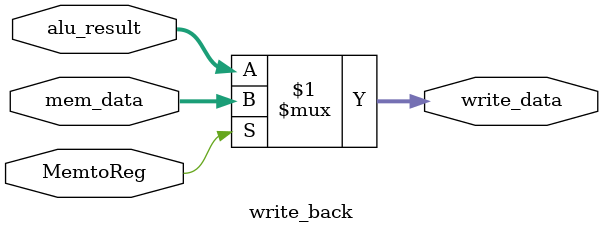
<source format=v>
`include "global.v"
module write_back(
    input [63:0] alu_result,
    input [63:0] mem_data,
    input MemtoReg,
    output [63:0] write_data
);
    assign write_data = MemtoReg ? mem_data : alu_result;
endmodule
</source>
